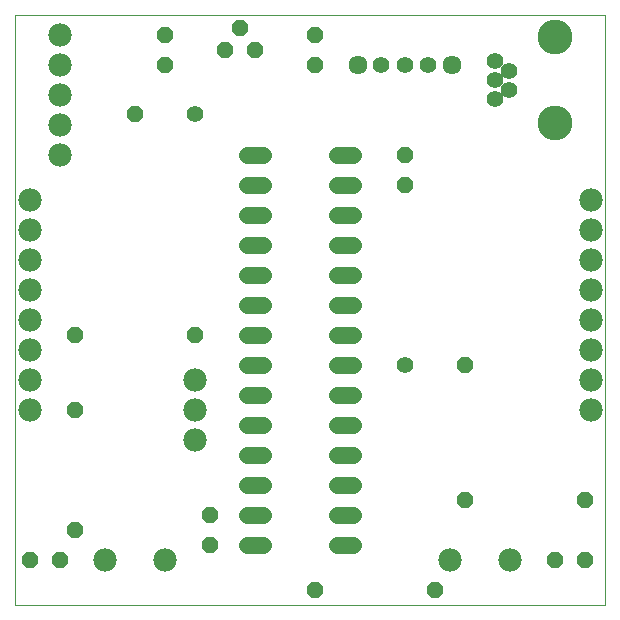
<source format=gts>
G75*
%MOIN*%
%OFA0B0*%
%FSLAX25Y25*%
%IPPOS*%
%LPD*%
%AMOC8*
5,1,8,0,0,1.08239X$1,22.5*
%
%ADD10C,0.00000*%
%ADD11OC8,0.05600*%
%ADD12C,0.05600*%
%ADD13C,0.05550*%
%ADD14C,0.11620*%
%ADD15C,0.05600*%
%ADD16C,0.06337*%
%ADD17C,0.07800*%
D10*
X0001800Y0002000D02*
X0001800Y0198850D01*
X0198650Y0198850D01*
X0198650Y0002000D01*
X0001800Y0002000D01*
D11*
X0006800Y0017000D03*
X0016800Y0017000D03*
X0021800Y0027000D03*
X0021800Y0067000D03*
X0021800Y0092000D03*
X0061800Y0092000D03*
X0066800Y0032000D03*
X0066800Y0022000D03*
X0101800Y0007000D03*
X0141800Y0007000D03*
X0151800Y0037000D03*
X0181800Y0017000D03*
X0191800Y0017000D03*
X0191800Y0037000D03*
X0151800Y0082000D03*
X0131800Y0142000D03*
X0131800Y0152000D03*
X0101800Y0182000D03*
X0101800Y0192000D03*
X0081800Y0187000D03*
X0076800Y0194500D03*
X0071800Y0187000D03*
X0051800Y0182000D03*
X0051800Y0192000D03*
X0041800Y0165750D03*
D12*
X0061800Y0165750D03*
X0131800Y0082000D03*
D13*
X0161721Y0170701D03*
X0166446Y0173850D03*
X0161721Y0177000D03*
X0166446Y0180150D03*
X0161721Y0183299D03*
X0139674Y0182000D03*
X0131800Y0182000D03*
X0123926Y0182000D03*
D14*
X0181800Y0191370D03*
X0181800Y0162630D03*
D15*
X0114400Y0152000D02*
X0109200Y0152000D01*
X0109200Y0142000D02*
X0114400Y0142000D01*
X0114400Y0132000D02*
X0109200Y0132000D01*
X0109200Y0122000D02*
X0114400Y0122000D01*
X0114400Y0112000D02*
X0109200Y0112000D01*
X0109200Y0102000D02*
X0114400Y0102000D01*
X0114400Y0092000D02*
X0109200Y0092000D01*
X0109200Y0082000D02*
X0114400Y0082000D01*
X0114400Y0072000D02*
X0109200Y0072000D01*
X0109200Y0062000D02*
X0114400Y0062000D01*
X0114400Y0052000D02*
X0109200Y0052000D01*
X0109200Y0042000D02*
X0114400Y0042000D01*
X0114400Y0032000D02*
X0109200Y0032000D01*
X0109200Y0022000D02*
X0114400Y0022000D01*
X0084400Y0022000D02*
X0079200Y0022000D01*
X0079200Y0032000D02*
X0084400Y0032000D01*
X0084400Y0042000D02*
X0079200Y0042000D01*
X0079200Y0052000D02*
X0084400Y0052000D01*
X0084400Y0062000D02*
X0079200Y0062000D01*
X0079200Y0072000D02*
X0084400Y0072000D01*
X0084400Y0082000D02*
X0079200Y0082000D01*
X0079200Y0092000D02*
X0084400Y0092000D01*
X0084400Y0102000D02*
X0079200Y0102000D01*
X0079200Y0112000D02*
X0084400Y0112000D01*
X0084400Y0122000D02*
X0079200Y0122000D01*
X0079200Y0132000D02*
X0084400Y0132000D01*
X0084400Y0142000D02*
X0079200Y0142000D01*
X0079200Y0152000D02*
X0084400Y0152000D01*
D16*
X0116052Y0182000D03*
X0147548Y0182000D03*
D17*
X0193800Y0137000D03*
X0193800Y0127000D03*
X0193800Y0117000D03*
X0193800Y0107000D03*
X0193800Y0097000D03*
X0193800Y0087000D03*
X0193800Y0077000D03*
X0193800Y0067000D03*
X0166800Y0017000D03*
X0146800Y0017000D03*
X0061800Y0057000D03*
X0061800Y0067000D03*
X0061800Y0077000D03*
X0006800Y0077000D03*
X0006800Y0067000D03*
X0006800Y0087000D03*
X0006800Y0097000D03*
X0006800Y0107000D03*
X0006800Y0117000D03*
X0006800Y0127000D03*
X0006800Y0137000D03*
X0016800Y0152000D03*
X0016800Y0162000D03*
X0016800Y0172000D03*
X0016800Y0182000D03*
X0016800Y0192000D03*
X0031800Y0017000D03*
X0051800Y0017000D03*
M02*

</source>
